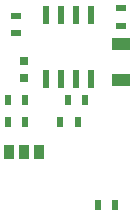
<source format=gbp>
G04 #@! TF.FileFunction,Paste,Bot*
%FSLAX46Y46*%
G04 Gerber Fmt 4.6, Leading zero omitted, Abs format (unit mm)*
G04 Created by KiCad (PCBNEW 4.0.6) date 08/27/17 18:35:28*
%MOMM*%
%LPD*%
G01*
G04 APERTURE LIST*
%ADD10C,0.100000*%
%ADD11R,1.600000X1.000000*%
%ADD12R,0.750000X0.800000*%
%ADD13R,0.500000X0.900000*%
%ADD14R,0.900000X0.500000*%
%ADD15R,0.600000X1.550000*%
%ADD16R,0.970000X1.270000*%
G04 APERTURE END LIST*
D10*
D11*
X145415000Y-88670000D03*
X145415000Y-91670000D03*
D12*
X137160000Y-90055000D03*
X137160000Y-91555000D03*
D13*
X144895000Y-102235000D03*
X143395000Y-102235000D03*
D14*
X136525000Y-86245000D03*
X136525000Y-87745000D03*
D13*
X135775000Y-93345000D03*
X137275000Y-93345000D03*
X135775000Y-95250000D03*
X137275000Y-95250000D03*
D14*
X145415000Y-85610000D03*
X145415000Y-87110000D03*
D13*
X140220000Y-95250000D03*
X141720000Y-95250000D03*
X140855000Y-93345000D03*
X142355000Y-93345000D03*
D15*
X139065000Y-86200000D03*
X140335000Y-86200000D03*
X141605000Y-86200000D03*
X142875000Y-86200000D03*
X142875000Y-91600000D03*
X141605000Y-91600000D03*
X140335000Y-91600000D03*
X139065000Y-91600000D03*
D16*
X135890000Y-97790000D03*
X137160000Y-97790000D03*
X138430000Y-97790000D03*
M02*

</source>
